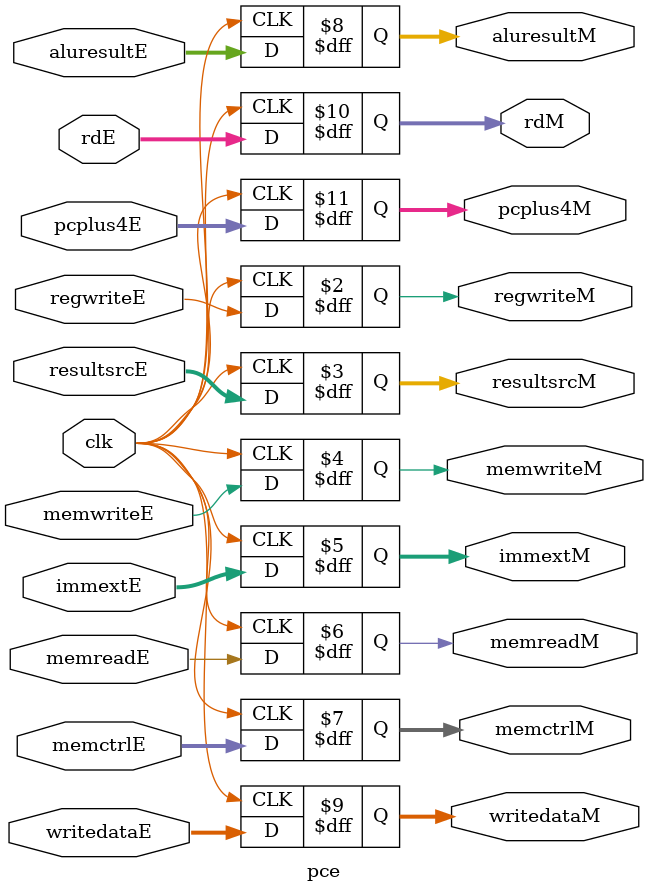
<source format=sv>
module pce #(
    parameter WIDTH = 32
)(

    input logic clk,
    // input logic rst,


    //Control
    input logic regwriteE,
    input logic [1:0] resultsrcE,
    input logic memwriteE,
    input logic [WIDTH-1:0] immextE,
    input logic memreadE,
    input logic [2:0] memctrlE,

    output logic regwriteM,
    output logic [1:0] resultsrcM,
    output logic memwriteM,
    output logic [WIDTH-1:0] immextM,
    output logic memreadM,
    output logic [2:0] memctrlM,


    //Data

    input logic [WIDTH - 1:0] aluresultE,
    input logic [WIDTH - 1:0] writedataE,
    input logic [4:0] rdE,
    input logic [WIDTH - 1:0] pcplus4E,

    output logic [WIDTH - 1:0] aluresultM,
    output logic [WIDTH - 1:0] writedataM,
    output logic [4:0] rdM,
    output logic [WIDTH - 1:0] pcplus4M,

);

always_ff @(posedge clk) begin
    //Control
    regwriteM <= regwriteE;
    resultsrcM <= resultsrcE;
    memwriteM <= memwriteE;
    immextM <= immextE;
    memctrlM <= memctrlE;
    memreadM <= memreadE;

    //Data
    aluresultM <= aluresultE;
    writedataM <= writedataE;
    rdM <= rdE;
    pcplus4M <= pcplus4E;
    
end

endmodule

</source>
